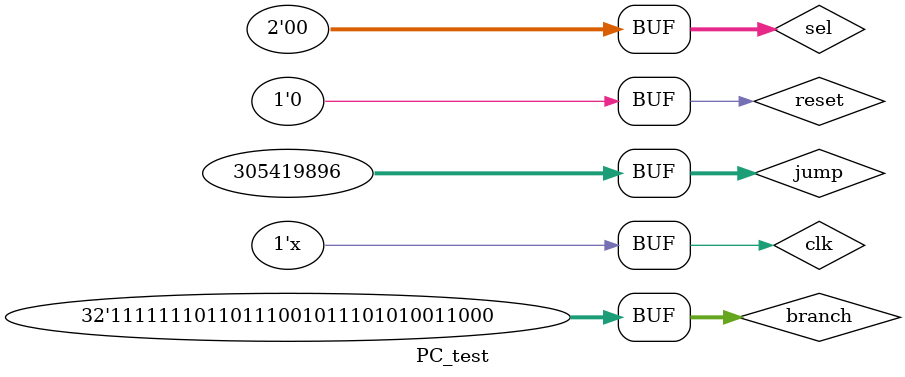
<source format=v>
`timescale 1ns / 1ps


module PC_test;
    reg [31:0] jump, branch;
    reg [1:0] sel;
    reg clk, reset;
    wire [31:0] count;
    PC pc (.Count(count),
           .Jump(jump),
           .Branch(branch),
           .sel_j(sel[1]),
           .sel_b(sel[0]),
           .clk(clk),
           .reset(reset));
    initial clk = 0;
    always #1 clk = ~clk;
    initial
    begin
        reset = 0;      sel = 2'b00;
    #2  reset = ~reset;
    #8                  sel = 2'b01; jump = 32'h12345678; branch = 32'hfedcba98;
    #10                 sel = 2'b00;
    #16                 sel = 2'b10;
    #18                 sel = 2'b00;
    #24                 sel = 2'b11;
    #26                 sel = 2'b00;
    #32 reset = ~reset;
    end
endmodule

</source>
